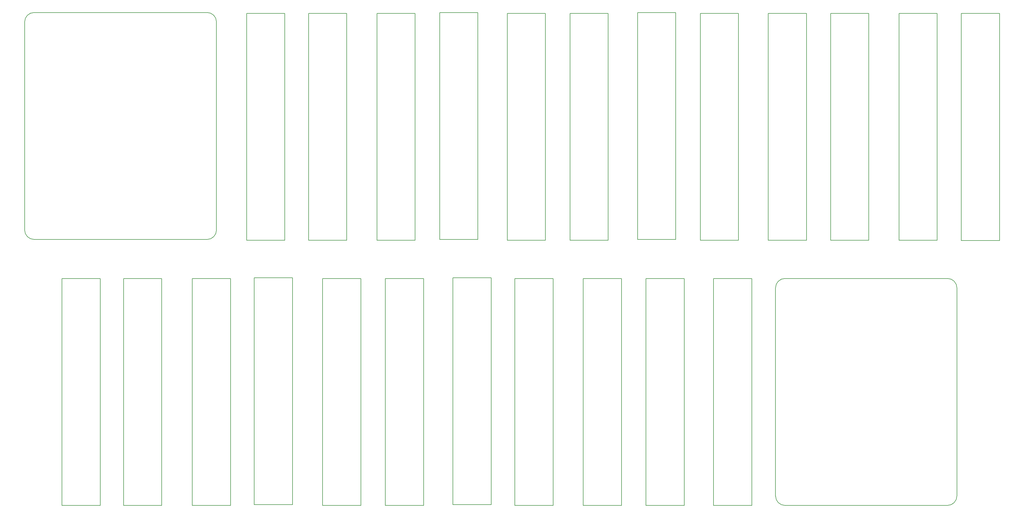
<source format=gbr>
%TF.GenerationSoftware,KiCad,Pcbnew,7.0.8*%
%TF.CreationDate,2023-12-06T14:39:46-05:00*%
%TF.ProjectId,BMS1,424d5331-2e6b-4696-9361-645f70636258,1*%
%TF.SameCoordinates,Original*%
%TF.FileFunction,Paste,Bot*%
%TF.FilePolarity,Positive*%
%FSLAX46Y46*%
G04 Gerber Fmt 4.6, Leading zero omitted, Abs format (unit mm)*
G04 Created by KiCad (PCBNEW 7.0.8) date 2023-12-06 14:39:46*
%MOMM*%
%LPD*%
G01*
G04 APERTURE LIST*
%ADD10C,0.150000*%
G04 APERTURE END LIST*
D10*
X321358000Y-175831500D02*
G75*
G03*
X324358000Y-172831500I0J3000000D01*
G01*
X324358000Y-107076500D02*
G75*
G03*
X321358000Y-104076500I-3000000J0D01*
G01*
X324358000Y-107076500D02*
X324358000Y-172831500D01*
X267081000Y-172831500D02*
G75*
G03*
X270081000Y-175831500I3000000J0D01*
G01*
X321358000Y-175831500D02*
X270081000Y-175831500D01*
X270081000Y-104076500D02*
G75*
G03*
X267081000Y-107076500I0J-3000000D01*
G01*
X270081000Y-104076500D02*
X321358000Y-104076500D01*
X267081000Y-172831500D02*
X267081000Y-107076500D01*
X61214000Y-104076500D02*
X73279000Y-104076500D01*
X73279000Y-175831500D01*
X61214000Y-175831500D01*
X61214000Y-104076500D01*
X226187000Y-104076500D02*
X238252000Y-104076500D01*
X238252000Y-175831500D01*
X226187000Y-175831500D01*
X226187000Y-104076500D01*
X124079000Y-104076500D02*
X136144000Y-104076500D01*
X136144000Y-175831500D01*
X124079000Y-175831500D01*
X124079000Y-104076500D01*
X206375000Y-104076500D02*
X218440000Y-104076500D01*
X218440000Y-175831500D01*
X206375000Y-175831500D01*
X206375000Y-104076500D01*
X41783000Y-104076500D02*
X53848000Y-104076500D01*
X53848000Y-175831500D01*
X41783000Y-175831500D01*
X41783000Y-104076500D01*
X247523000Y-104076500D02*
X259588000Y-104076500D01*
X259588000Y-175831500D01*
X247523000Y-175831500D01*
X247523000Y-104076500D01*
X165227000Y-103822500D02*
X177292000Y-103822500D01*
X177292000Y-175577500D01*
X165227000Y-175577500D01*
X165227000Y-103822500D01*
X184785000Y-104076500D02*
X196850000Y-104076500D01*
X196850000Y-175831500D01*
X184785000Y-175831500D01*
X184785000Y-104076500D01*
X143891000Y-104076500D02*
X155956000Y-104076500D01*
X155956000Y-175831500D01*
X143891000Y-175831500D01*
X143891000Y-104076500D01*
X102489000Y-103822500D02*
X114554000Y-103822500D01*
X114554000Y-175577500D01*
X102489000Y-175577500D01*
X102489000Y-103822500D01*
X82931000Y-104076500D02*
X94996000Y-104076500D01*
X94996000Y-175831500D01*
X82931000Y-175831500D01*
X82931000Y-104076500D01*
X32972000Y-20002500D02*
G75*
G03*
X29972000Y-23002500I0J-3000000D01*
G01*
X29972000Y-88757500D02*
G75*
G03*
X32972000Y-91757500I3000000J0D01*
G01*
X29972000Y-88757500D02*
X29972000Y-23002500D01*
X90551000Y-23002500D02*
G75*
G03*
X87551000Y-20002500I-3000000J0D01*
G01*
X32972000Y-20002500D02*
X87551000Y-20002500D01*
X87551000Y-91757500D02*
G75*
G03*
X90551000Y-88757500I0J3000000D01*
G01*
X87551000Y-91757500D02*
X32972000Y-91757500D01*
X90551000Y-23002500D02*
X90551000Y-88757500D01*
X100076000Y-20256500D02*
X112141000Y-20256500D01*
X112141000Y-92011500D01*
X100076000Y-92011500D01*
X100076000Y-20256500D01*
X119634000Y-20256500D02*
X131699000Y-20256500D01*
X131699000Y-92011500D01*
X119634000Y-92011500D01*
X119634000Y-20256500D01*
X141224000Y-20256500D02*
X153289000Y-20256500D01*
X153289000Y-92011500D01*
X141224000Y-92011500D01*
X141224000Y-20256500D01*
X161036000Y-20002500D02*
X173101000Y-20002500D01*
X173101000Y-91757500D01*
X161036000Y-91757500D01*
X161036000Y-20002500D01*
X182372000Y-20256500D02*
X194437000Y-20256500D01*
X194437000Y-92011500D01*
X182372000Y-92011500D01*
X182372000Y-20256500D01*
X202184000Y-20256500D02*
X214249000Y-20256500D01*
X214249000Y-92011500D01*
X202184000Y-92011500D01*
X202184000Y-20256500D01*
X223520000Y-20002500D02*
X235585000Y-20002500D01*
X235585000Y-91757500D01*
X223520000Y-91757500D01*
X223520000Y-20002500D01*
X243332000Y-20256500D02*
X255397000Y-20256500D01*
X255397000Y-92011500D01*
X243332000Y-92011500D01*
X243332000Y-20256500D01*
X264795000Y-20256500D02*
X276860000Y-20256500D01*
X276860000Y-92011500D01*
X264795000Y-92011500D01*
X264795000Y-20256500D01*
X284480000Y-20256500D02*
X296545000Y-20256500D01*
X296545000Y-92011500D01*
X284480000Y-92011500D01*
X284480000Y-20256500D01*
X306070000Y-20256500D02*
X318135000Y-20256500D01*
X318135000Y-92011500D01*
X306070000Y-92011500D01*
X306070000Y-20256500D01*
X325755000Y-20320000D02*
X337820000Y-20320000D01*
X337820000Y-92075000D01*
X325755000Y-92075000D01*
X325755000Y-20320000D01*
M02*

</source>
